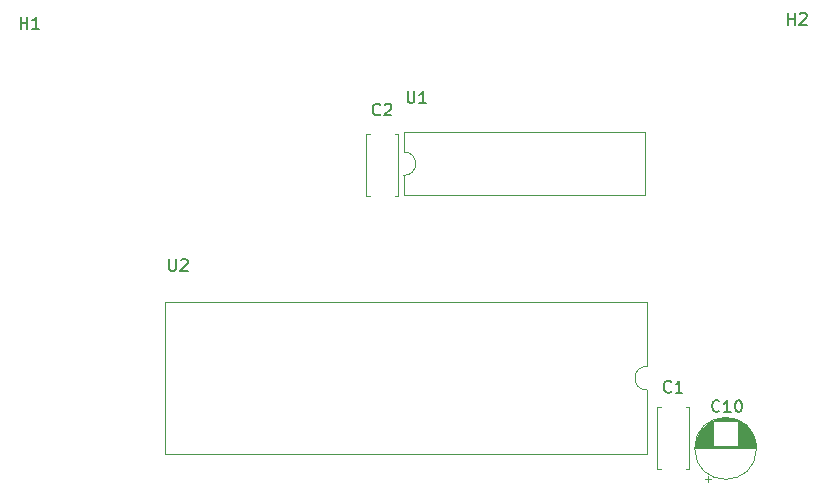
<source format=gbr>
%TF.GenerationSoftware,KiCad,Pcbnew,7.0.11-7.0.11~ubuntu22.04.1*%
%TF.CreationDate,2024-08-09T11:46:46-04:00*%
%TF.ProjectId,colecovision_standard_cart,636f6c65-636f-4766-9973-696f6e5f7374,rev?*%
%TF.SameCoordinates,Original*%
%TF.FileFunction,Legend,Top*%
%TF.FilePolarity,Positive*%
%FSLAX46Y46*%
G04 Gerber Fmt 4.6, Leading zero omitted, Abs format (unit mm)*
G04 Created by KiCad (PCBNEW 7.0.11-7.0.11~ubuntu22.04.1) date 2024-08-09 11:46:46*
%MOMM*%
%LPD*%
G01*
G04 APERTURE LIST*
%ADD10C,0.150000*%
%ADD11C,0.120000*%
G04 APERTURE END LIST*
D10*
X160234333Y-90021580D02*
X160186714Y-90069200D01*
X160186714Y-90069200D02*
X160043857Y-90116819D01*
X160043857Y-90116819D02*
X159948619Y-90116819D01*
X159948619Y-90116819D02*
X159805762Y-90069200D01*
X159805762Y-90069200D02*
X159710524Y-89973961D01*
X159710524Y-89973961D02*
X159662905Y-89878723D01*
X159662905Y-89878723D02*
X159615286Y-89688247D01*
X159615286Y-89688247D02*
X159615286Y-89545390D01*
X159615286Y-89545390D02*
X159662905Y-89354914D01*
X159662905Y-89354914D02*
X159710524Y-89259676D01*
X159710524Y-89259676D02*
X159805762Y-89164438D01*
X159805762Y-89164438D02*
X159948619Y-89116819D01*
X159948619Y-89116819D02*
X160043857Y-89116819D01*
X160043857Y-89116819D02*
X160186714Y-89164438D01*
X160186714Y-89164438D02*
X160234333Y-89212057D01*
X161186714Y-90116819D02*
X160615286Y-90116819D01*
X160901000Y-90116819D02*
X160901000Y-89116819D01*
X160901000Y-89116819D02*
X160805762Y-89259676D01*
X160805762Y-89259676D02*
X160710524Y-89354914D01*
X160710524Y-89354914D02*
X160615286Y-89402533D01*
X135596333Y-66566580D02*
X135548714Y-66614200D01*
X135548714Y-66614200D02*
X135405857Y-66661819D01*
X135405857Y-66661819D02*
X135310619Y-66661819D01*
X135310619Y-66661819D02*
X135167762Y-66614200D01*
X135167762Y-66614200D02*
X135072524Y-66518961D01*
X135072524Y-66518961D02*
X135024905Y-66423723D01*
X135024905Y-66423723D02*
X134977286Y-66233247D01*
X134977286Y-66233247D02*
X134977286Y-66090390D01*
X134977286Y-66090390D02*
X135024905Y-65899914D01*
X135024905Y-65899914D02*
X135072524Y-65804676D01*
X135072524Y-65804676D02*
X135167762Y-65709438D01*
X135167762Y-65709438D02*
X135310619Y-65661819D01*
X135310619Y-65661819D02*
X135405857Y-65661819D01*
X135405857Y-65661819D02*
X135548714Y-65709438D01*
X135548714Y-65709438D02*
X135596333Y-65757057D01*
X135977286Y-65757057D02*
X136024905Y-65709438D01*
X136024905Y-65709438D02*
X136120143Y-65661819D01*
X136120143Y-65661819D02*
X136358238Y-65661819D01*
X136358238Y-65661819D02*
X136453476Y-65709438D01*
X136453476Y-65709438D02*
X136501095Y-65757057D01*
X136501095Y-65757057D02*
X136548714Y-65852295D01*
X136548714Y-65852295D02*
X136548714Y-65947533D01*
X136548714Y-65947533D02*
X136501095Y-66090390D01*
X136501095Y-66090390D02*
X135929667Y-66661819D01*
X135929667Y-66661819D02*
X136548714Y-66661819D01*
X170129295Y-58976419D02*
X170129295Y-57976419D01*
X170129295Y-58452609D02*
X170700723Y-58452609D01*
X170700723Y-58976419D02*
X170700723Y-57976419D01*
X171129295Y-58071657D02*
X171176914Y-58024038D01*
X171176914Y-58024038D02*
X171272152Y-57976419D01*
X171272152Y-57976419D02*
X171510247Y-57976419D01*
X171510247Y-57976419D02*
X171605485Y-58024038D01*
X171605485Y-58024038D02*
X171653104Y-58071657D01*
X171653104Y-58071657D02*
X171700723Y-58166895D01*
X171700723Y-58166895D02*
X171700723Y-58262133D01*
X171700723Y-58262133D02*
X171653104Y-58404990D01*
X171653104Y-58404990D02*
X171081676Y-58976419D01*
X171081676Y-58976419D02*
X171700723Y-58976419D01*
X137922095Y-64605819D02*
X137922095Y-65415342D01*
X137922095Y-65415342D02*
X137969714Y-65510580D01*
X137969714Y-65510580D02*
X138017333Y-65558200D01*
X138017333Y-65558200D02*
X138112571Y-65605819D01*
X138112571Y-65605819D02*
X138303047Y-65605819D01*
X138303047Y-65605819D02*
X138398285Y-65558200D01*
X138398285Y-65558200D02*
X138445904Y-65510580D01*
X138445904Y-65510580D02*
X138493523Y-65415342D01*
X138493523Y-65415342D02*
X138493523Y-64605819D01*
X139493523Y-65605819D02*
X138922095Y-65605819D01*
X139207809Y-65605819D02*
X139207809Y-64605819D01*
X139207809Y-64605819D02*
X139112571Y-64748676D01*
X139112571Y-64748676D02*
X139017333Y-64843914D01*
X139017333Y-64843914D02*
X138922095Y-64891533D01*
X117729095Y-78829819D02*
X117729095Y-79639342D01*
X117729095Y-79639342D02*
X117776714Y-79734580D01*
X117776714Y-79734580D02*
X117824333Y-79782200D01*
X117824333Y-79782200D02*
X117919571Y-79829819D01*
X117919571Y-79829819D02*
X118110047Y-79829819D01*
X118110047Y-79829819D02*
X118205285Y-79782200D01*
X118205285Y-79782200D02*
X118252904Y-79734580D01*
X118252904Y-79734580D02*
X118300523Y-79639342D01*
X118300523Y-79639342D02*
X118300523Y-78829819D01*
X118729095Y-78925057D02*
X118776714Y-78877438D01*
X118776714Y-78877438D02*
X118871952Y-78829819D01*
X118871952Y-78829819D02*
X119110047Y-78829819D01*
X119110047Y-78829819D02*
X119205285Y-78877438D01*
X119205285Y-78877438D02*
X119252904Y-78925057D01*
X119252904Y-78925057D02*
X119300523Y-79020295D01*
X119300523Y-79020295D02*
X119300523Y-79115533D01*
X119300523Y-79115533D02*
X119252904Y-79258390D01*
X119252904Y-79258390D02*
X118681476Y-79829819D01*
X118681476Y-79829819D02*
X119300523Y-79829819D01*
X164330142Y-91672580D02*
X164282523Y-91720200D01*
X164282523Y-91720200D02*
X164139666Y-91767819D01*
X164139666Y-91767819D02*
X164044428Y-91767819D01*
X164044428Y-91767819D02*
X163901571Y-91720200D01*
X163901571Y-91720200D02*
X163806333Y-91624961D01*
X163806333Y-91624961D02*
X163758714Y-91529723D01*
X163758714Y-91529723D02*
X163711095Y-91339247D01*
X163711095Y-91339247D02*
X163711095Y-91196390D01*
X163711095Y-91196390D02*
X163758714Y-91005914D01*
X163758714Y-91005914D02*
X163806333Y-90910676D01*
X163806333Y-90910676D02*
X163901571Y-90815438D01*
X163901571Y-90815438D02*
X164044428Y-90767819D01*
X164044428Y-90767819D02*
X164139666Y-90767819D01*
X164139666Y-90767819D02*
X164282523Y-90815438D01*
X164282523Y-90815438D02*
X164330142Y-90863057D01*
X165282523Y-91767819D02*
X164711095Y-91767819D01*
X164996809Y-91767819D02*
X164996809Y-90767819D01*
X164996809Y-90767819D02*
X164901571Y-90910676D01*
X164901571Y-90910676D02*
X164806333Y-91005914D01*
X164806333Y-91005914D02*
X164711095Y-91053533D01*
X165901571Y-90767819D02*
X165996809Y-90767819D01*
X165996809Y-90767819D02*
X166092047Y-90815438D01*
X166092047Y-90815438D02*
X166139666Y-90863057D01*
X166139666Y-90863057D02*
X166187285Y-90958295D01*
X166187285Y-90958295D02*
X166234904Y-91148771D01*
X166234904Y-91148771D02*
X166234904Y-91386866D01*
X166234904Y-91386866D02*
X166187285Y-91577342D01*
X166187285Y-91577342D02*
X166139666Y-91672580D01*
X166139666Y-91672580D02*
X166092047Y-91720200D01*
X166092047Y-91720200D02*
X165996809Y-91767819D01*
X165996809Y-91767819D02*
X165901571Y-91767819D01*
X165901571Y-91767819D02*
X165806333Y-91720200D01*
X165806333Y-91720200D02*
X165758714Y-91672580D01*
X165758714Y-91672580D02*
X165711095Y-91577342D01*
X165711095Y-91577342D02*
X165663476Y-91386866D01*
X165663476Y-91386866D02*
X165663476Y-91148771D01*
X165663476Y-91148771D02*
X165711095Y-90958295D01*
X165711095Y-90958295D02*
X165758714Y-90863057D01*
X165758714Y-90863057D02*
X165806333Y-90815438D01*
X165806333Y-90815438D02*
X165901571Y-90767819D01*
X105156095Y-59332019D02*
X105156095Y-58332019D01*
X105156095Y-58808209D02*
X105727523Y-58808209D01*
X105727523Y-59332019D02*
X105727523Y-58332019D01*
X106727523Y-59332019D02*
X106156095Y-59332019D01*
X106441809Y-59332019D02*
X106441809Y-58332019D01*
X106441809Y-58332019D02*
X106346571Y-58474876D01*
X106346571Y-58474876D02*
X106251333Y-58570114D01*
X106251333Y-58570114D02*
X106156095Y-58617733D01*
D11*
%TO.C,C1*%
X159031000Y-96600000D02*
X159346000Y-96600000D01*
X159031000Y-96600000D02*
X159031000Y-91360000D01*
X161456000Y-96600000D02*
X161771000Y-96600000D01*
X161771000Y-96600000D02*
X161771000Y-91360000D01*
X159031000Y-91360000D02*
X159346000Y-91360000D01*
X161456000Y-91360000D02*
X161771000Y-91360000D01*
%TO.C,C2*%
X134393000Y-73486000D02*
X134708000Y-73486000D01*
X134393000Y-73486000D02*
X134393000Y-68246000D01*
X136818000Y-73486000D02*
X137133000Y-73486000D01*
X137133000Y-73486000D02*
X137133000Y-68246000D01*
X134393000Y-68246000D02*
X134708000Y-68246000D01*
X136818000Y-68246000D02*
X137133000Y-68246000D01*
%TO.C,U1*%
X137608000Y-73389000D02*
X158048000Y-73389000D01*
X158048000Y-73389000D02*
X158048000Y-68089000D01*
X137608000Y-71739000D02*
X137608000Y-73389000D01*
X137608000Y-68089000D02*
X137608000Y-69739000D01*
X158048000Y-68089000D02*
X137608000Y-68089000D01*
X137608000Y-71739000D02*
G75*
G03*
X137608000Y-69739000I0J1000000D01*
G01*
%TO.C,U2*%
X158175000Y-82440000D02*
X117415000Y-82440000D01*
X117415000Y-82440000D02*
X117415000Y-95360000D01*
X158175000Y-87900000D02*
X158175000Y-82440000D01*
X158175000Y-95360000D02*
X158175000Y-89900000D01*
X117415000Y-95360000D02*
X158175000Y-95360000D01*
X158175000Y-87900000D02*
G75*
G03*
X158175000Y-89900000I0J-1000000D01*
G01*
%TO.C,C10*%
X163371000Y-97653775D02*
X163371000Y-97153775D01*
X163121000Y-97403775D02*
X163621000Y-97403775D01*
X162266000Y-94849000D02*
X167426000Y-94849000D01*
X162266000Y-94809000D02*
X167426000Y-94809000D01*
X162267000Y-94769000D02*
X167425000Y-94769000D01*
X162268000Y-94729000D02*
X167424000Y-94729000D01*
X162270000Y-94689000D02*
X167422000Y-94689000D01*
X162273000Y-94649000D02*
X167419000Y-94649000D01*
X162277000Y-94609000D02*
X163806000Y-94609000D01*
X165886000Y-94609000D02*
X167415000Y-94609000D01*
X162281000Y-94569000D02*
X163806000Y-94569000D01*
X165886000Y-94569000D02*
X167411000Y-94569000D01*
X162285000Y-94529000D02*
X163806000Y-94529000D01*
X165886000Y-94529000D02*
X167407000Y-94529000D01*
X162290000Y-94489000D02*
X163806000Y-94489000D01*
X165886000Y-94489000D02*
X167402000Y-94489000D01*
X162296000Y-94449000D02*
X163806000Y-94449000D01*
X165886000Y-94449000D02*
X167396000Y-94449000D01*
X162303000Y-94409000D02*
X163806000Y-94409000D01*
X165886000Y-94409000D02*
X167389000Y-94409000D01*
X162310000Y-94369000D02*
X163806000Y-94369000D01*
X165886000Y-94369000D02*
X167382000Y-94369000D01*
X162318000Y-94329000D02*
X163806000Y-94329000D01*
X165886000Y-94329000D02*
X167374000Y-94329000D01*
X162326000Y-94289000D02*
X163806000Y-94289000D01*
X165886000Y-94289000D02*
X167366000Y-94289000D01*
X162335000Y-94249000D02*
X163806000Y-94249000D01*
X165886000Y-94249000D02*
X167357000Y-94249000D01*
X162345000Y-94209000D02*
X163806000Y-94209000D01*
X165886000Y-94209000D02*
X167347000Y-94209000D01*
X162355000Y-94169000D02*
X163806000Y-94169000D01*
X165886000Y-94169000D02*
X167337000Y-94169000D01*
X162366000Y-94128000D02*
X163806000Y-94128000D01*
X165886000Y-94128000D02*
X167326000Y-94128000D01*
X162378000Y-94088000D02*
X163806000Y-94088000D01*
X165886000Y-94088000D02*
X167314000Y-94088000D01*
X162391000Y-94048000D02*
X163806000Y-94048000D01*
X165886000Y-94048000D02*
X167301000Y-94048000D01*
X162404000Y-94008000D02*
X163806000Y-94008000D01*
X165886000Y-94008000D02*
X167288000Y-94008000D01*
X162418000Y-93968000D02*
X163806000Y-93968000D01*
X165886000Y-93968000D02*
X167274000Y-93968000D01*
X162432000Y-93928000D02*
X163806000Y-93928000D01*
X165886000Y-93928000D02*
X167260000Y-93928000D01*
X162448000Y-93888000D02*
X163806000Y-93888000D01*
X165886000Y-93888000D02*
X167244000Y-93888000D01*
X162464000Y-93848000D02*
X163806000Y-93848000D01*
X165886000Y-93848000D02*
X167228000Y-93848000D01*
X162481000Y-93808000D02*
X163806000Y-93808000D01*
X165886000Y-93808000D02*
X167211000Y-93808000D01*
X162498000Y-93768000D02*
X163806000Y-93768000D01*
X165886000Y-93768000D02*
X167194000Y-93768000D01*
X162517000Y-93728000D02*
X163806000Y-93728000D01*
X165886000Y-93728000D02*
X167175000Y-93728000D01*
X162536000Y-93688000D02*
X163806000Y-93688000D01*
X165886000Y-93688000D02*
X167156000Y-93688000D01*
X162556000Y-93648000D02*
X163806000Y-93648000D01*
X165886000Y-93648000D02*
X167136000Y-93648000D01*
X162578000Y-93608000D02*
X163806000Y-93608000D01*
X165886000Y-93608000D02*
X167114000Y-93608000D01*
X162599000Y-93568000D02*
X163806000Y-93568000D01*
X165886000Y-93568000D02*
X167093000Y-93568000D01*
X162622000Y-93528000D02*
X163806000Y-93528000D01*
X165886000Y-93528000D02*
X167070000Y-93528000D01*
X162646000Y-93488000D02*
X163806000Y-93488000D01*
X165886000Y-93488000D02*
X167046000Y-93488000D01*
X162671000Y-93448000D02*
X163806000Y-93448000D01*
X165886000Y-93448000D02*
X167021000Y-93448000D01*
X162697000Y-93408000D02*
X163806000Y-93408000D01*
X165886000Y-93408000D02*
X166995000Y-93408000D01*
X162724000Y-93368000D02*
X163806000Y-93368000D01*
X165886000Y-93368000D02*
X166968000Y-93368000D01*
X162751000Y-93328000D02*
X163806000Y-93328000D01*
X165886000Y-93328000D02*
X166941000Y-93328000D01*
X162781000Y-93288000D02*
X163806000Y-93288000D01*
X165886000Y-93288000D02*
X166911000Y-93288000D01*
X162811000Y-93248000D02*
X163806000Y-93248000D01*
X165886000Y-93248000D02*
X166881000Y-93248000D01*
X162842000Y-93208000D02*
X163806000Y-93208000D01*
X165886000Y-93208000D02*
X166850000Y-93208000D01*
X162875000Y-93168000D02*
X163806000Y-93168000D01*
X165886000Y-93168000D02*
X166817000Y-93168000D01*
X162909000Y-93128000D02*
X163806000Y-93128000D01*
X165886000Y-93128000D02*
X166783000Y-93128000D01*
X162945000Y-93088000D02*
X163806000Y-93088000D01*
X165886000Y-93088000D02*
X166747000Y-93088000D01*
X162982000Y-93048000D02*
X163806000Y-93048000D01*
X165886000Y-93048000D02*
X166710000Y-93048000D01*
X163020000Y-93008000D02*
X163806000Y-93008000D01*
X165886000Y-93008000D02*
X166672000Y-93008000D01*
X163061000Y-92968000D02*
X163806000Y-92968000D01*
X165886000Y-92968000D02*
X166631000Y-92968000D01*
X163103000Y-92928000D02*
X163806000Y-92928000D01*
X165886000Y-92928000D02*
X166589000Y-92928000D01*
X163147000Y-92888000D02*
X163806000Y-92888000D01*
X165886000Y-92888000D02*
X166545000Y-92888000D01*
X163193000Y-92848000D02*
X163806000Y-92848000D01*
X165886000Y-92848000D02*
X166499000Y-92848000D01*
X163241000Y-92808000D02*
X163806000Y-92808000D01*
X165886000Y-92808000D02*
X166451000Y-92808000D01*
X163292000Y-92768000D02*
X163806000Y-92768000D01*
X165886000Y-92768000D02*
X166400000Y-92768000D01*
X163346000Y-92728000D02*
X163806000Y-92728000D01*
X165886000Y-92728000D02*
X166346000Y-92728000D01*
X163403000Y-92688000D02*
X163806000Y-92688000D01*
X165886000Y-92688000D02*
X166289000Y-92688000D01*
X163463000Y-92648000D02*
X163806000Y-92648000D01*
X165886000Y-92648000D02*
X166229000Y-92648000D01*
X163527000Y-92608000D02*
X163806000Y-92608000D01*
X165886000Y-92608000D02*
X166165000Y-92608000D01*
X163595000Y-92568000D02*
X163806000Y-92568000D01*
X165886000Y-92568000D02*
X166097000Y-92568000D01*
X163668000Y-92528000D02*
X166024000Y-92528000D01*
X163748000Y-92488000D02*
X165944000Y-92488000D01*
X163835000Y-92448000D02*
X165857000Y-92448000D01*
X163931000Y-92408000D02*
X165761000Y-92408000D01*
X164041000Y-92368000D02*
X165651000Y-92368000D01*
X164169000Y-92328000D02*
X165523000Y-92328000D01*
X164328000Y-92288000D02*
X165364000Y-92288000D01*
X164562000Y-92248000D02*
X165130000Y-92248000D01*
X167466000Y-94849000D02*
G75*
G03*
X162226000Y-94849000I-2620000J0D01*
G01*
X162226000Y-94849000D02*
G75*
G03*
X167466000Y-94849000I2620000J0D01*
G01*
%TD*%
M02*

</source>
